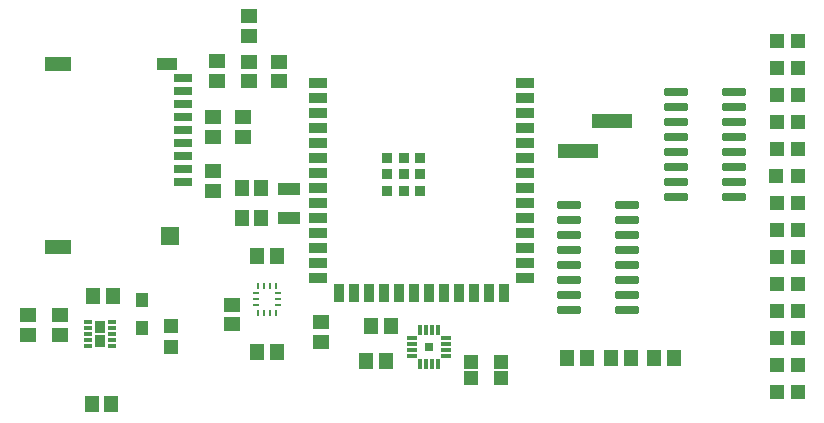
<source format=gbr>
G04*
G04 #@! TF.GenerationSoftware,Altium Limited,Altium Designer,24.7.2 (38)*
G04*
G04 Layer_Color=8421504*
%FSLAX25Y25*%
%MOIN*%
G70*
G04*
G04 #@! TF.SameCoordinates,557B2C77-FFCE-42D9-A2FA-4134FEC932EB*
G04*
G04*
G04 #@! TF.FilePolarity,Positive*
G04*
G01*
G75*
G04:AMPARAMS|DCode=13|XSize=77.56mil|YSize=23.62mil|CornerRadius=2.95mil|HoleSize=0mil|Usage=FLASHONLY|Rotation=0.000|XOffset=0mil|YOffset=0mil|HoleType=Round|Shape=RoundedRectangle|*
%AMROUNDEDRECTD13*
21,1,0.07756,0.01772,0,0,0.0*
21,1,0.07165,0.02362,0,0,0.0*
1,1,0.00591,0.03583,-0.00886*
1,1,0.00591,-0.03583,-0.00886*
1,1,0.00591,-0.03583,0.00886*
1,1,0.00591,0.03583,0.00886*
%
%ADD13ROUNDEDRECTD13*%
%ADD14R,0.03543X0.05906*%
%ADD15R,0.05906X0.03543*%
%ADD16R,0.03543X0.03543*%
%ADD17R,0.07087X0.04024*%
%ADD18R,0.00984X0.01870*%
%ADD19R,0.08661X0.04724*%
%ADD20R,0.05906X0.06299*%
%ADD21R,0.06299X0.02756*%
%ADD22R,0.13504X0.05000*%
%ADD23R,0.04724X0.04724*%
%ADD24R,0.04550X0.05544*%
%ADD25R,0.05143X0.04545*%
%ADD26R,0.01870X0.00984*%
%ADD27R,0.05544X0.04550*%
%ADD28R,0.07480X0.04331*%
%ADD29R,0.04940X0.05733*%
%ADD30R,0.03937X0.04528*%
%ADD31R,0.05733X0.04940*%
G04:AMPARAMS|DCode=32|XSize=29.13mil|YSize=10.63mil|CornerRadius=0.37mil|HoleSize=0mil|Usage=FLASHONLY|Rotation=0.000|XOffset=0mil|YOffset=0mil|HoleType=Round|Shape=RoundedRectangle|*
%AMROUNDEDRECTD32*
21,1,0.02913,0.00989,0,0,0.0*
21,1,0.02839,0.01063,0,0,0.0*
1,1,0.00074,0.01420,-0.00494*
1,1,0.00074,-0.01420,-0.00494*
1,1,0.00074,-0.01420,0.00494*
1,1,0.00074,0.01420,0.00494*
%
%ADD32ROUNDEDRECTD32*%
G04:AMPARAMS|DCode=33|XSize=10.63mil|YSize=33.07mil|CornerRadius=1.33mil|HoleSize=0mil|Usage=FLASHONLY|Rotation=0.000|XOffset=0mil|YOffset=0mil|HoleType=Round|Shape=RoundedRectangle|*
%AMROUNDEDRECTD33*
21,1,0.01063,0.03041,0,0,0.0*
21,1,0.00797,0.03307,0,0,0.0*
1,1,0.00266,0.00399,-0.01521*
1,1,0.00266,-0.00399,-0.01521*
1,1,0.00266,-0.00399,0.01521*
1,1,0.00266,0.00399,0.01521*
%
%ADD33ROUNDEDRECTD33*%
G04:AMPARAMS|DCode=34|XSize=33.07mil|YSize=10.63mil|CornerRadius=1.33mil|HoleSize=0mil|Usage=FLASHONLY|Rotation=0.000|XOffset=0mil|YOffset=0mil|HoleType=Round|Shape=RoundedRectangle|*
%AMROUNDEDRECTD34*
21,1,0.03307,0.00797,0,0,0.0*
21,1,0.03041,0.01063,0,0,0.0*
1,1,0.00266,0.01521,-0.00399*
1,1,0.00266,-0.01521,-0.00399*
1,1,0.00266,-0.01521,0.00399*
1,1,0.00266,0.01521,0.00399*
%
%ADD34ROUNDEDRECTD34*%
%ADD35R,0.02756X0.02756*%
%ADD36R,0.04724X0.04724*%
G36*
X42654Y39164D02*
X39344D01*
Y43106D01*
X42654D01*
Y39164D01*
D02*
G37*
G36*
Y43894D02*
X39345D01*
Y47831D01*
X42654D01*
Y43894D01*
D02*
G37*
D13*
X232756Y124000D02*
D03*
Y119000D02*
D03*
Y114000D02*
D03*
Y109000D02*
D03*
Y104000D02*
D03*
Y99000D02*
D03*
Y94000D02*
D03*
Y89000D02*
D03*
X252244D02*
D03*
Y94000D02*
D03*
Y99000D02*
D03*
Y104000D02*
D03*
Y109000D02*
D03*
Y114000D02*
D03*
Y119000D02*
D03*
Y124000D02*
D03*
X197256Y86500D02*
D03*
Y81500D02*
D03*
Y76500D02*
D03*
Y71500D02*
D03*
Y66500D02*
D03*
Y61500D02*
D03*
Y56500D02*
D03*
Y51500D02*
D03*
X216744D02*
D03*
Y56500D02*
D03*
Y61500D02*
D03*
Y66500D02*
D03*
Y71500D02*
D03*
Y76500D02*
D03*
Y81500D02*
D03*
Y86500D02*
D03*
D14*
X175551Y57079D02*
D03*
X170551Y57079D02*
D03*
X165551Y57079D02*
D03*
X160551Y57079D02*
D03*
X155551Y57079D02*
D03*
X150551Y57079D02*
D03*
X145551Y57079D02*
D03*
X140551Y57079D02*
D03*
X135551Y57079D02*
D03*
X130551Y57079D02*
D03*
X125551D02*
D03*
X120551Y57079D02*
D03*
D15*
X182500Y127000D02*
D03*
X182500Y122000D02*
D03*
X182500Y117000D02*
D03*
X182500Y112000D02*
D03*
X182500Y107000D02*
D03*
X182500Y102000D02*
D03*
X182500Y97000D02*
D03*
X182500Y92000D02*
D03*
X182500Y87000D02*
D03*
X182500Y82000D02*
D03*
X182500Y77000D02*
D03*
X182500Y72000D02*
D03*
Y67000D02*
D03*
Y62000D02*
D03*
X113602D02*
D03*
X113602Y67000D02*
D03*
X113602Y72000D02*
D03*
Y77000D02*
D03*
X113602Y82000D02*
D03*
X113602Y87000D02*
D03*
X113602Y92000D02*
D03*
Y97000D02*
D03*
Y102000D02*
D03*
X113602Y107000D02*
D03*
X113602Y112000D02*
D03*
Y117000D02*
D03*
Y122000D02*
D03*
Y127000D02*
D03*
D16*
X147658Y102118D02*
D03*
X142146Y102118D02*
D03*
X136634Y102118D02*
D03*
X147658Y91094D02*
D03*
X142146Y91094D02*
D03*
X136634Y91094D02*
D03*
X147657Y96606D02*
D03*
X136634D02*
D03*
X142146D02*
D03*
D17*
X63394Y133512D02*
D03*
D18*
X99453Y59577D02*
D03*
Y50423D02*
D03*
X93547D02*
D03*
X95516D02*
D03*
X97484D02*
D03*
X93547Y59577D02*
D03*
X95516D02*
D03*
X97484D02*
D03*
D19*
X26779Y133512D02*
D03*
Y72488D02*
D03*
D20*
X64378Y76032D02*
D03*
D21*
X68512Y128787D02*
D03*
Y124457D02*
D03*
Y120126D02*
D03*
Y115795D02*
D03*
Y111465D02*
D03*
Y107134D02*
D03*
Y102803D02*
D03*
Y98472D02*
D03*
Y94142D02*
D03*
D22*
X211748Y114500D02*
D03*
X200252Y104500D02*
D03*
D23*
X64500Y38957D02*
D03*
Y46043D02*
D03*
D24*
X211149Y35500D02*
D03*
X217851D02*
D03*
X196649D02*
D03*
X203351D02*
D03*
X99851Y69500D02*
D03*
X93149D02*
D03*
X232351Y35500D02*
D03*
X225649D02*
D03*
X93149Y37500D02*
D03*
X99851D02*
D03*
X131149Y46000D02*
D03*
X137851D02*
D03*
D25*
X174500Y34161D02*
D03*
Y28839D02*
D03*
X164500D02*
D03*
Y34161D02*
D03*
D26*
X92908Y53031D02*
D03*
Y56968D02*
D03*
Y55000D02*
D03*
X100092Y53031D02*
D03*
Y56968D02*
D03*
Y55000D02*
D03*
D27*
X90500Y142649D02*
D03*
Y149351D02*
D03*
X80000Y134351D02*
D03*
Y127649D02*
D03*
X78500Y97851D02*
D03*
Y91149D02*
D03*
Y109149D02*
D03*
Y115851D02*
D03*
X88500D02*
D03*
Y109149D02*
D03*
X114500Y40649D02*
D03*
Y47351D02*
D03*
D28*
X104000Y82079D02*
D03*
Y91921D02*
D03*
D29*
X44751Y20000D02*
D03*
X38249D02*
D03*
X38749Y56000D02*
D03*
X45251D02*
D03*
X129749Y34500D02*
D03*
X136251D02*
D03*
X94751Y82000D02*
D03*
X88249D02*
D03*
X94751Y92000D02*
D03*
X88249D02*
D03*
D30*
X55000Y54626D02*
D03*
Y45374D02*
D03*
D31*
X17000Y49751D02*
D03*
Y43249D02*
D03*
X27500Y49751D02*
D03*
Y43249D02*
D03*
X100500Y134251D02*
D03*
Y127749D02*
D03*
X85000Y53251D02*
D03*
Y46749D02*
D03*
X90500Y127749D02*
D03*
Y134251D02*
D03*
D32*
X36983Y47437D02*
D03*
Y45469D02*
D03*
Y43500D02*
D03*
Y41532D02*
D03*
Y39563D02*
D03*
X45017D02*
D03*
Y41532D02*
D03*
Y43500D02*
D03*
Y45469D02*
D03*
Y47437D02*
D03*
D33*
X147547Y33350D02*
D03*
X149516D02*
D03*
X151484D02*
D03*
X153453D02*
D03*
Y44650D02*
D03*
X151484D02*
D03*
X149516D02*
D03*
X147547D02*
D03*
D34*
X144850Y41953D02*
D03*
Y39984D02*
D03*
Y38016D02*
D03*
Y36047D02*
D03*
X156150D02*
D03*
Y38016D02*
D03*
Y39984D02*
D03*
Y41953D02*
D03*
D35*
X150500Y39000D02*
D03*
D36*
X266457Y24000D02*
D03*
X273543D02*
D03*
X266457Y42000D02*
D03*
X273543D02*
D03*
X266457Y33000D02*
D03*
X273543D02*
D03*
X266457Y51000D02*
D03*
X273543D02*
D03*
X266457Y60000D02*
D03*
X273543D02*
D03*
X266457Y69000D02*
D03*
X273543D02*
D03*
X266457Y78000D02*
D03*
X273543D02*
D03*
X266413Y96000D02*
D03*
X273500D02*
D03*
X266457Y87000D02*
D03*
X273543D02*
D03*
Y132000D02*
D03*
X266457D02*
D03*
Y141000D02*
D03*
X273543D02*
D03*
X266457Y123000D02*
D03*
X273543D02*
D03*
X266457Y114000D02*
D03*
X273543D02*
D03*
X266457Y105000D02*
D03*
X273543D02*
D03*
M02*

</source>
